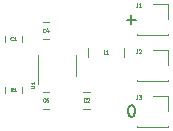
<source format=gbr>
G04 #@! TF.GenerationSoftware,KiCad,Pcbnew,5.1.5+dfsg1-2build2*
G04 #@! TF.CreationDate,2022-08-29T15:20:26+03:00*
G04 #@! TF.ProjectId,eta3000_module,65746133-3030-4305-9f6d-6f64756c652e,rev?*
G04 #@! TF.SameCoordinates,Original*
G04 #@! TF.FileFunction,Legend,Top*
G04 #@! TF.FilePolarity,Positive*
%FSLAX46Y46*%
G04 Gerber Fmt 4.6, Leading zero omitted, Abs format (unit mm)*
G04 Created by KiCad (PCBNEW 5.1.5+dfsg1-2build2) date 2022-08-29 15:20:26*
%MOMM*%
%LPD*%
G04 APERTURE LIST*
%ADD10C,0.150000*%
%ADD11C,0.120000*%
%ADD12C,0.075000*%
G04 APERTURE END LIST*
D10*
X61852380Y-58502380D02*
X61947619Y-58502380D01*
X62042857Y-58550000D01*
X62090476Y-58597619D01*
X62138095Y-58692857D01*
X62185714Y-58883333D01*
X62185714Y-59121428D01*
X62138095Y-59311904D01*
X62090476Y-59407142D01*
X62042857Y-59454761D01*
X61947619Y-59502380D01*
X61852380Y-59502380D01*
X61757142Y-59454761D01*
X61709523Y-59407142D01*
X61661904Y-59311904D01*
X61614285Y-59121428D01*
X61614285Y-58883333D01*
X61661904Y-58692857D01*
X61709523Y-58597619D01*
X61757142Y-58550000D01*
X61852380Y-58502380D01*
X61519047Y-51271428D02*
X62280952Y-51271428D01*
X61900000Y-51652380D02*
X61900000Y-50890476D01*
D11*
X51190000Y-53158578D02*
X51190000Y-52641422D01*
X52610000Y-53158578D02*
X52610000Y-52641422D01*
X58358578Y-57390000D02*
X57841422Y-57390000D01*
X58358578Y-58810000D02*
X57841422Y-58810000D01*
X54908578Y-52910000D02*
X54391422Y-52910000D01*
X54908578Y-51490000D02*
X54391422Y-51490000D01*
X54391422Y-58810000D02*
X54908578Y-58810000D01*
X54391422Y-57390000D02*
X54908578Y-57390000D01*
X62370000Y-52580000D02*
X65030000Y-52580000D01*
X62370000Y-52460000D02*
X62370000Y-52580000D01*
X65030000Y-52460000D02*
X65030000Y-52580000D01*
X65030000Y-49920000D02*
X65030000Y-51250000D01*
X63700000Y-49920000D02*
X65030000Y-49920000D01*
X63700000Y-53820000D02*
X65030000Y-53820000D01*
X65030000Y-53820000D02*
X65030000Y-55150000D01*
X65030000Y-56360000D02*
X65030000Y-56480000D01*
X62370000Y-56360000D02*
X62370000Y-56480000D01*
X62370000Y-56480000D02*
X65030000Y-56480000D01*
X62370000Y-60380000D02*
X65030000Y-60380000D01*
X62370000Y-60260000D02*
X62370000Y-60380000D01*
X65030000Y-60260000D02*
X65030000Y-60380000D01*
X65030000Y-57720000D02*
X65030000Y-59050000D01*
X63700000Y-57720000D02*
X65030000Y-57720000D01*
X58250000Y-53650000D02*
X58250000Y-54450000D01*
X61250000Y-53650000D02*
X61250000Y-54450000D01*
X52610000Y-56941422D02*
X52610000Y-57458578D01*
X51190000Y-56941422D02*
X51190000Y-57458578D01*
X57210000Y-56050000D02*
X57210000Y-54250000D01*
X53990000Y-54250000D02*
X53990000Y-56700000D01*
D12*
X51850000Y-53007142D02*
X51835714Y-53021428D01*
X51792857Y-53035714D01*
X51764285Y-53035714D01*
X51721428Y-53021428D01*
X51692857Y-52992857D01*
X51678571Y-52964285D01*
X51664285Y-52907142D01*
X51664285Y-52864285D01*
X51678571Y-52807142D01*
X51692857Y-52778571D01*
X51721428Y-52750000D01*
X51764285Y-52735714D01*
X51792857Y-52735714D01*
X51835714Y-52750000D01*
X51850000Y-52764285D01*
X52135714Y-53035714D02*
X51964285Y-53035714D01*
X52050000Y-53035714D02*
X52050000Y-52735714D01*
X52021428Y-52778571D01*
X51992857Y-52807142D01*
X51964285Y-52821428D01*
X58050000Y-58207142D02*
X58035714Y-58221428D01*
X57992857Y-58235714D01*
X57964285Y-58235714D01*
X57921428Y-58221428D01*
X57892857Y-58192857D01*
X57878571Y-58164285D01*
X57864285Y-58107142D01*
X57864285Y-58064285D01*
X57878571Y-58007142D01*
X57892857Y-57978571D01*
X57921428Y-57950000D01*
X57964285Y-57935714D01*
X57992857Y-57935714D01*
X58035714Y-57950000D01*
X58050000Y-57964285D01*
X58164285Y-57964285D02*
X58178571Y-57950000D01*
X58207142Y-57935714D01*
X58278571Y-57935714D01*
X58307142Y-57950000D01*
X58321428Y-57964285D01*
X58335714Y-57992857D01*
X58335714Y-58021428D01*
X58321428Y-58064285D01*
X58150000Y-58235714D01*
X58335714Y-58235714D01*
X54600000Y-52307142D02*
X54585714Y-52321428D01*
X54542857Y-52335714D01*
X54514285Y-52335714D01*
X54471428Y-52321428D01*
X54442857Y-52292857D01*
X54428571Y-52264285D01*
X54414285Y-52207142D01*
X54414285Y-52164285D01*
X54428571Y-52107142D01*
X54442857Y-52078571D01*
X54471428Y-52050000D01*
X54514285Y-52035714D01*
X54542857Y-52035714D01*
X54585714Y-52050000D01*
X54600000Y-52064285D01*
X54857142Y-52135714D02*
X54857142Y-52335714D01*
X54785714Y-52021428D02*
X54714285Y-52235714D01*
X54900000Y-52235714D01*
X54600000Y-58207142D02*
X54585714Y-58221428D01*
X54542857Y-58235714D01*
X54514285Y-58235714D01*
X54471428Y-58221428D01*
X54442857Y-58192857D01*
X54428571Y-58164285D01*
X54414285Y-58107142D01*
X54414285Y-58064285D01*
X54428571Y-58007142D01*
X54442857Y-57978571D01*
X54471428Y-57950000D01*
X54514285Y-57935714D01*
X54542857Y-57935714D01*
X54585714Y-57950000D01*
X54600000Y-57964285D01*
X54871428Y-57935714D02*
X54728571Y-57935714D01*
X54714285Y-58078571D01*
X54728571Y-58064285D01*
X54757142Y-58050000D01*
X54828571Y-58050000D01*
X54857142Y-58064285D01*
X54871428Y-58078571D01*
X54885714Y-58107142D01*
X54885714Y-58178571D01*
X54871428Y-58207142D01*
X54857142Y-58221428D01*
X54828571Y-58235714D01*
X54757142Y-58235714D01*
X54728571Y-58221428D01*
X54714285Y-58207142D01*
X62400000Y-49885714D02*
X62400000Y-50100000D01*
X62385714Y-50142857D01*
X62357142Y-50171428D01*
X62314285Y-50185714D01*
X62285714Y-50185714D01*
X62700000Y-50185714D02*
X62528571Y-50185714D01*
X62614285Y-50185714D02*
X62614285Y-49885714D01*
X62585714Y-49928571D01*
X62557142Y-49957142D01*
X62528571Y-49971428D01*
X62400000Y-53785714D02*
X62400000Y-54000000D01*
X62385714Y-54042857D01*
X62357142Y-54071428D01*
X62314285Y-54085714D01*
X62285714Y-54085714D01*
X62528571Y-53814285D02*
X62542857Y-53800000D01*
X62571428Y-53785714D01*
X62642857Y-53785714D01*
X62671428Y-53800000D01*
X62685714Y-53814285D01*
X62700000Y-53842857D01*
X62700000Y-53871428D01*
X62685714Y-53914285D01*
X62514285Y-54085714D01*
X62700000Y-54085714D01*
X62400000Y-57685714D02*
X62400000Y-57900000D01*
X62385714Y-57942857D01*
X62357142Y-57971428D01*
X62314285Y-57985714D01*
X62285714Y-57985714D01*
X62514285Y-57685714D02*
X62700000Y-57685714D01*
X62600000Y-57800000D01*
X62642857Y-57800000D01*
X62671428Y-57814285D01*
X62685714Y-57828571D01*
X62700000Y-57857142D01*
X62700000Y-57928571D01*
X62685714Y-57957142D01*
X62671428Y-57971428D01*
X62642857Y-57985714D01*
X62557142Y-57985714D01*
X62528571Y-57971428D01*
X62514285Y-57957142D01*
X59700000Y-54185714D02*
X59557142Y-54185714D01*
X59557142Y-53885714D01*
X59957142Y-54185714D02*
X59785714Y-54185714D01*
X59871428Y-54185714D02*
X59871428Y-53885714D01*
X59842857Y-53928571D01*
X59814285Y-53957142D01*
X59785714Y-53971428D01*
X51850000Y-57335714D02*
X51750000Y-57192857D01*
X51678571Y-57335714D02*
X51678571Y-57035714D01*
X51792857Y-57035714D01*
X51821428Y-57050000D01*
X51835714Y-57064285D01*
X51850000Y-57092857D01*
X51850000Y-57135714D01*
X51835714Y-57164285D01*
X51821428Y-57178571D01*
X51792857Y-57192857D01*
X51678571Y-57192857D01*
X52135714Y-57335714D02*
X51964285Y-57335714D01*
X52050000Y-57335714D02*
X52050000Y-57035714D01*
X52021428Y-57078571D01*
X51992857Y-57107142D01*
X51964285Y-57121428D01*
X53385714Y-57028571D02*
X53628571Y-57028571D01*
X53657142Y-57014285D01*
X53671428Y-57000000D01*
X53685714Y-56971428D01*
X53685714Y-56914285D01*
X53671428Y-56885714D01*
X53657142Y-56871428D01*
X53628571Y-56857142D01*
X53385714Y-56857142D01*
X53685714Y-56557142D02*
X53685714Y-56728571D01*
X53685714Y-56642857D02*
X53385714Y-56642857D01*
X53428571Y-56671428D01*
X53457142Y-56700000D01*
X53471428Y-56728571D01*
M02*

</source>
